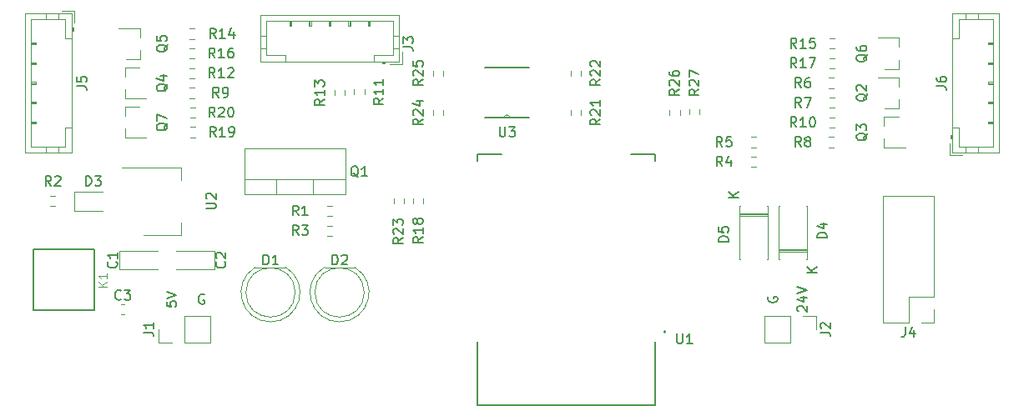
<source format=gbr>
G04 #@! TF.GenerationSoftware,KiCad,Pcbnew,(5.1.10)-1*
G04 #@! TF.CreationDate,2021-07-07T16:36:37+09:00*
G04 #@! TF.ProjectId,driver,64726976-6572-42e6-9b69-6361645f7063,rev?*
G04 #@! TF.SameCoordinates,Original*
G04 #@! TF.FileFunction,Legend,Top*
G04 #@! TF.FilePolarity,Positive*
%FSLAX46Y46*%
G04 Gerber Fmt 4.6, Leading zero omitted, Abs format (unit mm)*
G04 Created by KiCad (PCBNEW (5.1.10)-1) date 2021-07-07 16:36:37*
%MOMM*%
%LPD*%
G01*
G04 APERTURE LIST*
%ADD10C,0.150000*%
%ADD11C,0.120000*%
%ADD12C,0.200000*%
%ADD13C,0.127000*%
%ADD14C,0.066040*%
%ADD15C,0.152400*%
%ADD16C,0.100000*%
%ADD17C,0.101600*%
G04 APERTURE END LIST*
D10*
X79047619Y-31190476D02*
X79000000Y-31142857D01*
X78952380Y-31047619D01*
X78952380Y-30809523D01*
X79000000Y-30714285D01*
X79047619Y-30666666D01*
X79142857Y-30619047D01*
X79238095Y-30619047D01*
X79380952Y-30666666D01*
X79952380Y-31238095D01*
X79952380Y-30619047D01*
X79285714Y-29761904D02*
X79952380Y-29761904D01*
X78904761Y-30000000D02*
X79619047Y-30238095D01*
X79619047Y-29619047D01*
X78952380Y-29380952D02*
X79952380Y-29047619D01*
X78952380Y-28714285D01*
X76000000Y-29738095D02*
X75952380Y-29833333D01*
X75952380Y-29976190D01*
X76000000Y-30119047D01*
X76095238Y-30214285D01*
X76190476Y-30261904D01*
X76380952Y-30309523D01*
X76523809Y-30309523D01*
X76714285Y-30261904D01*
X76809523Y-30214285D01*
X76904761Y-30119047D01*
X76952380Y-29976190D01*
X76952380Y-29880952D01*
X76904761Y-29738095D01*
X76857142Y-29690476D01*
X76523809Y-29690476D01*
X76523809Y-29880952D01*
X18761904Y-29500000D02*
X18666666Y-29452380D01*
X18523809Y-29452380D01*
X18380952Y-29500000D01*
X18285714Y-29595238D01*
X18238095Y-29690476D01*
X18190476Y-29880952D01*
X18190476Y-30023809D01*
X18238095Y-30214285D01*
X18285714Y-30309523D01*
X18380952Y-30404761D01*
X18523809Y-30452380D01*
X18619047Y-30452380D01*
X18761904Y-30404761D01*
X18809523Y-30357142D01*
X18809523Y-30023809D01*
X18619047Y-30023809D01*
X14952380Y-30190476D02*
X14952380Y-30666666D01*
X15428571Y-30714285D01*
X15380952Y-30666666D01*
X15333333Y-30571428D01*
X15333333Y-30333333D01*
X15380952Y-30238095D01*
X15428571Y-30190476D01*
X15523809Y-30142857D01*
X15761904Y-30142857D01*
X15857142Y-30190476D01*
X15904761Y-30238095D01*
X15952380Y-30333333D01*
X15952380Y-30571428D01*
X15904761Y-30666666D01*
X15857142Y-30714285D01*
X14952380Y-29857142D02*
X15952380Y-29523809D01*
X14952380Y-29190476D01*
D11*
X92830000Y-32330000D02*
X91500000Y-32330000D01*
X92830000Y-31000000D02*
X92830000Y-32330000D01*
X90230000Y-32330000D02*
X87630000Y-32330000D01*
X90230000Y-29730000D02*
X90230000Y-32330000D01*
X92830000Y-29730000D02*
X90230000Y-29730000D01*
X87630000Y-32330000D02*
X87630000Y-19510000D01*
X92830000Y-29730000D02*
X92830000Y-19510000D01*
X92830000Y-19510000D02*
X87630000Y-19510000D01*
D12*
X65600000Y-33250000D02*
G75*
G03*
X65600000Y-33250000I-100000J0D01*
G01*
D13*
X64500000Y-15900000D02*
X64500000Y-15250000D01*
X64500000Y-15250000D02*
X62050000Y-15250000D01*
X48950000Y-15250000D02*
X46500000Y-15250000D01*
X46500000Y-15250000D02*
X46500000Y-15900000D01*
X64500000Y-34250000D02*
X64500000Y-40750000D01*
X64500000Y-40750000D02*
X46500000Y-40750000D01*
X46500000Y-40750000D02*
X46500000Y-34250000D01*
D11*
X10190000Y-26935000D02*
X14100000Y-26935000D01*
X10190000Y-25065000D02*
X10190000Y-26935000D01*
X14100000Y-25065000D02*
X10190000Y-25065000D01*
X15900000Y-26935000D02*
X19810000Y-26935000D01*
X19810000Y-26935000D02*
X19810000Y-25065000D01*
X19810000Y-25065000D02*
X15900000Y-25065000D01*
X10353733Y-30490000D02*
X10646267Y-30490000D01*
X10353733Y-31510000D02*
X10646267Y-31510000D01*
X27045000Y-26710000D02*
X23955000Y-26710000D01*
X28000000Y-29270000D02*
G75*
G03*
X28000000Y-29270000I-2500000J0D01*
G01*
X25500462Y-32260000D02*
G75*
G02*
X23955170Y-26710000I-462J2990000D01*
G01*
X25499538Y-32260000D02*
G75*
G03*
X27044830Y-26710000I462J2990000D01*
G01*
X35000000Y-29270000D02*
G75*
G03*
X35000000Y-29270000I-2500000J0D01*
G01*
X34045000Y-26710000D02*
X30955000Y-26710000D01*
X32499538Y-32260000D02*
G75*
G03*
X34044830Y-26710000I462J2990000D01*
G01*
X32500462Y-32260000D02*
G75*
G02*
X30955170Y-26710000I-462J2990000D01*
G01*
X8475000Y-19040000D02*
X5615000Y-19040000D01*
X5615000Y-19040000D02*
X5615000Y-20960000D01*
X5615000Y-20960000D02*
X8475000Y-20960000D01*
X77160000Y-25910000D02*
X77030000Y-25910000D01*
X77030000Y-25910000D02*
X77030000Y-20470000D01*
X77030000Y-20470000D02*
X77160000Y-20470000D01*
X79840000Y-25910000D02*
X79970000Y-25910000D01*
X79970000Y-25910000D02*
X79970000Y-20470000D01*
X79970000Y-20470000D02*
X79840000Y-20470000D01*
X77030000Y-25010000D02*
X79970000Y-25010000D01*
X77030000Y-24890000D02*
X79970000Y-24890000D01*
X77030000Y-25130000D02*
X79970000Y-25130000D01*
X75970000Y-21250000D02*
X73030000Y-21250000D01*
X75970000Y-21490000D02*
X73030000Y-21490000D01*
X75970000Y-21370000D02*
X73030000Y-21370000D01*
X73030000Y-25910000D02*
X73160000Y-25910000D01*
X73030000Y-20470000D02*
X73030000Y-25910000D01*
X73160000Y-20470000D02*
X73030000Y-20470000D01*
X75970000Y-25910000D02*
X75840000Y-25910000D01*
X75970000Y-20470000D02*
X75970000Y-25910000D01*
X75840000Y-20470000D02*
X75970000Y-20470000D01*
X19370000Y-34330000D02*
X19370000Y-31670000D01*
X16770000Y-34330000D02*
X19370000Y-34330000D01*
X16770000Y-31670000D02*
X19370000Y-31670000D01*
X16770000Y-34330000D02*
X16770000Y-31670000D01*
X15500000Y-34330000D02*
X14170000Y-34330000D01*
X14170000Y-34330000D02*
X14170000Y-33000000D01*
X80830000Y-31670000D02*
X80830000Y-33000000D01*
X79500000Y-31670000D02*
X80830000Y-31670000D01*
X78230000Y-31670000D02*
X78230000Y-34330000D01*
X78230000Y-34330000D02*
X75630000Y-34330000D01*
X78230000Y-31670000D02*
X75630000Y-31670000D01*
X75630000Y-31670000D02*
X75630000Y-34330000D01*
X38560000Y-5810000D02*
X38560000Y-1090000D01*
X38560000Y-1090000D02*
X24440000Y-1090000D01*
X24440000Y-1090000D02*
X24440000Y-5810000D01*
X24440000Y-5810000D02*
X38560000Y-5810000D01*
X36800000Y-5810000D02*
X36800000Y-6010000D01*
X36800000Y-6010000D02*
X37100000Y-6010000D01*
X37100000Y-6010000D02*
X37100000Y-5810000D01*
X36800000Y-5910000D02*
X37100000Y-5910000D01*
X36000000Y-5810000D02*
X36000000Y-5200000D01*
X36000000Y-5200000D02*
X37950000Y-5200000D01*
X37950000Y-5200000D02*
X37950000Y-1700000D01*
X37950000Y-1700000D02*
X25050000Y-1700000D01*
X25050000Y-1700000D02*
X25050000Y-5200000D01*
X25050000Y-5200000D02*
X27000000Y-5200000D01*
X27000000Y-5200000D02*
X27000000Y-5810000D01*
X38560000Y-4500000D02*
X37950000Y-4500000D01*
X38560000Y-3200000D02*
X37950000Y-3200000D01*
X24440000Y-4500000D02*
X25050000Y-4500000D01*
X24440000Y-3200000D02*
X25050000Y-3200000D01*
X35600000Y-1700000D02*
X35600000Y-2200000D01*
X35600000Y-2200000D02*
X35400000Y-2200000D01*
X35400000Y-2200000D02*
X35400000Y-1700000D01*
X35500000Y-1700000D02*
X35500000Y-2200000D01*
X33600000Y-1700000D02*
X33600000Y-2200000D01*
X33600000Y-2200000D02*
X33400000Y-2200000D01*
X33400000Y-2200000D02*
X33400000Y-1700000D01*
X33500000Y-1700000D02*
X33500000Y-2200000D01*
X31600000Y-1700000D02*
X31600000Y-2200000D01*
X31600000Y-2200000D02*
X31400000Y-2200000D01*
X31400000Y-2200000D02*
X31400000Y-1700000D01*
X31500000Y-1700000D02*
X31500000Y-2200000D01*
X29600000Y-1700000D02*
X29600000Y-2200000D01*
X29600000Y-2200000D02*
X29400000Y-2200000D01*
X29400000Y-2200000D02*
X29400000Y-1700000D01*
X29500000Y-1700000D02*
X29500000Y-2200000D01*
X27600000Y-1700000D02*
X27600000Y-2200000D01*
X27600000Y-2200000D02*
X27400000Y-2200000D01*
X27400000Y-2200000D02*
X27400000Y-1700000D01*
X27500000Y-1700000D02*
X27500000Y-2200000D01*
X37610000Y-6110000D02*
X38860000Y-6110000D01*
X38860000Y-6110000D02*
X38860000Y-4860000D01*
X5310000Y-940000D02*
X590000Y-940000D01*
X590000Y-940000D02*
X590000Y-15060000D01*
X590000Y-15060000D02*
X5310000Y-15060000D01*
X5310000Y-15060000D02*
X5310000Y-940000D01*
X5310000Y-2700000D02*
X5510000Y-2700000D01*
X5510000Y-2700000D02*
X5510000Y-2400000D01*
X5510000Y-2400000D02*
X5310000Y-2400000D01*
X5410000Y-2700000D02*
X5410000Y-2400000D01*
X5310000Y-3500000D02*
X4700000Y-3500000D01*
X4700000Y-3500000D02*
X4700000Y-1550000D01*
X4700000Y-1550000D02*
X1200000Y-1550000D01*
X1200000Y-1550000D02*
X1200000Y-14450000D01*
X1200000Y-14450000D02*
X4700000Y-14450000D01*
X4700000Y-14450000D02*
X4700000Y-12500000D01*
X4700000Y-12500000D02*
X5310000Y-12500000D01*
X4000000Y-940000D02*
X4000000Y-1550000D01*
X2700000Y-940000D02*
X2700000Y-1550000D01*
X4000000Y-15060000D02*
X4000000Y-14450000D01*
X2700000Y-15060000D02*
X2700000Y-14450000D01*
X1200000Y-3900000D02*
X1700000Y-3900000D01*
X1700000Y-3900000D02*
X1700000Y-4100000D01*
X1700000Y-4100000D02*
X1200000Y-4100000D01*
X1200000Y-4000000D02*
X1700000Y-4000000D01*
X1200000Y-5900000D02*
X1700000Y-5900000D01*
X1700000Y-5900000D02*
X1700000Y-6100000D01*
X1700000Y-6100000D02*
X1200000Y-6100000D01*
X1200000Y-6000000D02*
X1700000Y-6000000D01*
X1200000Y-7900000D02*
X1700000Y-7900000D01*
X1700000Y-7900000D02*
X1700000Y-8100000D01*
X1700000Y-8100000D02*
X1200000Y-8100000D01*
X1200000Y-8000000D02*
X1700000Y-8000000D01*
X1200000Y-9900000D02*
X1700000Y-9900000D01*
X1700000Y-9900000D02*
X1700000Y-10100000D01*
X1700000Y-10100000D02*
X1200000Y-10100000D01*
X1200000Y-10000000D02*
X1700000Y-10000000D01*
X1200000Y-11900000D02*
X1700000Y-11900000D01*
X1700000Y-11900000D02*
X1700000Y-12100000D01*
X1700000Y-12100000D02*
X1200000Y-12100000D01*
X1200000Y-12000000D02*
X1700000Y-12000000D01*
X5610000Y-1890000D02*
X5610000Y-640000D01*
X5610000Y-640000D02*
X4360000Y-640000D01*
X94390000Y-15360000D02*
X95640000Y-15360000D01*
X94390000Y-14110000D02*
X94390000Y-15360000D01*
X98800000Y-4000000D02*
X98300000Y-4000000D01*
X98300000Y-3900000D02*
X98800000Y-3900000D01*
X98300000Y-4100000D02*
X98300000Y-3900000D01*
X98800000Y-4100000D02*
X98300000Y-4100000D01*
X98800000Y-6000000D02*
X98300000Y-6000000D01*
X98300000Y-5900000D02*
X98800000Y-5900000D01*
X98300000Y-6100000D02*
X98300000Y-5900000D01*
X98800000Y-6100000D02*
X98300000Y-6100000D01*
X98800000Y-8000000D02*
X98300000Y-8000000D01*
X98300000Y-7900000D02*
X98800000Y-7900000D01*
X98300000Y-8100000D02*
X98300000Y-7900000D01*
X98800000Y-8100000D02*
X98300000Y-8100000D01*
X98800000Y-10000000D02*
X98300000Y-10000000D01*
X98300000Y-9900000D02*
X98800000Y-9900000D01*
X98300000Y-10100000D02*
X98300000Y-9900000D01*
X98800000Y-10100000D02*
X98300000Y-10100000D01*
X98800000Y-12000000D02*
X98300000Y-12000000D01*
X98300000Y-11900000D02*
X98800000Y-11900000D01*
X98300000Y-12100000D02*
X98300000Y-11900000D01*
X98800000Y-12100000D02*
X98300000Y-12100000D01*
X97300000Y-940000D02*
X97300000Y-1550000D01*
X96000000Y-940000D02*
X96000000Y-1550000D01*
X97300000Y-15060000D02*
X97300000Y-14450000D01*
X96000000Y-15060000D02*
X96000000Y-14450000D01*
X95300000Y-3500000D02*
X94690000Y-3500000D01*
X95300000Y-1550000D02*
X95300000Y-3500000D01*
X98800000Y-1550000D02*
X95300000Y-1550000D01*
X98800000Y-14450000D02*
X98800000Y-1550000D01*
X95300000Y-14450000D02*
X98800000Y-14450000D01*
X95300000Y-12500000D02*
X95300000Y-14450000D01*
X94690000Y-12500000D02*
X95300000Y-12500000D01*
X94590000Y-13300000D02*
X94590000Y-13600000D01*
X94490000Y-13600000D02*
X94690000Y-13600000D01*
X94490000Y-13300000D02*
X94490000Y-13600000D01*
X94690000Y-13300000D02*
X94490000Y-13300000D01*
X94690000Y-940000D02*
X94690000Y-15060000D01*
X99410000Y-940000D02*
X94690000Y-940000D01*
X99410000Y-15060000D02*
X99410000Y-940000D01*
X94690000Y-15060000D02*
X99410000Y-15060000D01*
D13*
X7598800Y-31098800D02*
X1401200Y-31098800D01*
X7598800Y-24901200D02*
X7598800Y-31098800D01*
X1401200Y-24901200D02*
X7598800Y-24901200D01*
X1401200Y-31098800D02*
X1401200Y-24901200D01*
D14*
X7598800Y-31098800D02*
X1401200Y-31098800D01*
X1401200Y-31098800D02*
X1401200Y-24901200D01*
X7598800Y-24901200D02*
X1401200Y-24901200D01*
X7598800Y-31098800D02*
X7598800Y-24901200D01*
D11*
X33080000Y-19270000D02*
X22840000Y-19270000D01*
X33080000Y-14629000D02*
X22840000Y-14629000D01*
X33080000Y-19270000D02*
X33080000Y-14629000D01*
X22840000Y-19270000D02*
X22840000Y-14629000D01*
X33080000Y-17760000D02*
X22840000Y-17760000D01*
X29810000Y-19270000D02*
X29810000Y-17760000D01*
X26109000Y-19270000D02*
X26109000Y-17760000D01*
X89260000Y-10580000D02*
X87800000Y-10580000D01*
X89260000Y-7420000D02*
X87100000Y-7420000D01*
X89260000Y-7420000D02*
X89260000Y-8350000D01*
X89260000Y-10580000D02*
X89260000Y-9650000D01*
X87740000Y-11420000D02*
X89200000Y-11420000D01*
X87740000Y-14580000D02*
X89900000Y-14580000D01*
X87740000Y-14580000D02*
X87740000Y-13650000D01*
X87740000Y-11420000D02*
X87740000Y-12350000D01*
X10740000Y-6420000D02*
X10740000Y-7350000D01*
X10740000Y-9580000D02*
X10740000Y-8650000D01*
X10740000Y-9580000D02*
X12900000Y-9580000D01*
X10740000Y-6420000D02*
X12200000Y-6420000D01*
X12260000Y-5580000D02*
X12260000Y-4650000D01*
X12260000Y-2420000D02*
X12260000Y-3350000D01*
X12260000Y-2420000D02*
X10100000Y-2420000D01*
X12260000Y-5580000D02*
X10800000Y-5580000D01*
X89260000Y-6580000D02*
X87800000Y-6580000D01*
X89260000Y-3420000D02*
X87100000Y-3420000D01*
X89260000Y-3420000D02*
X89260000Y-4350000D01*
X89260000Y-6580000D02*
X89260000Y-5650000D01*
X10740000Y-10420000D02*
X10740000Y-11350000D01*
X10740000Y-13580000D02*
X10740000Y-12650000D01*
X10740000Y-13580000D02*
X12900000Y-13580000D01*
X10740000Y-10420000D02*
X12200000Y-10420000D01*
X31245276Y-20477500D02*
X31754724Y-20477500D01*
X31245276Y-21522500D02*
X31754724Y-21522500D01*
X3667224Y-19477500D02*
X3157776Y-19477500D01*
X3667224Y-20522500D02*
X3157776Y-20522500D01*
X31245276Y-23522500D02*
X31754724Y-23522500D01*
X31245276Y-22477500D02*
X31754724Y-22477500D01*
X74754724Y-16522500D02*
X74245276Y-16522500D01*
X74754724Y-15477500D02*
X74245276Y-15477500D01*
X74245276Y-13477500D02*
X74754724Y-13477500D01*
X74245276Y-14522500D02*
X74754724Y-14522500D01*
X82667224Y-7477500D02*
X82157776Y-7477500D01*
X82667224Y-8522500D02*
X82157776Y-8522500D01*
X82245276Y-9477500D02*
X82754724Y-9477500D01*
X82245276Y-10522500D02*
X82754724Y-10522500D01*
X82667224Y-14522500D02*
X82157776Y-14522500D01*
X82667224Y-13477500D02*
X82157776Y-13477500D01*
X17245276Y-8477500D02*
X17754724Y-8477500D01*
X17245276Y-9522500D02*
X17754724Y-9522500D01*
X82245276Y-12522500D02*
X82754724Y-12522500D01*
X82245276Y-11477500D02*
X82754724Y-11477500D01*
X35022500Y-9167224D02*
X35022500Y-8657776D01*
X33977500Y-9167224D02*
X33977500Y-8657776D01*
X17754724Y-6477500D02*
X17245276Y-6477500D01*
X17754724Y-7522500D02*
X17245276Y-7522500D01*
X31977500Y-9254724D02*
X31977500Y-8745276D01*
X33022500Y-9254724D02*
X33022500Y-8745276D01*
X17245276Y-2477500D02*
X17754724Y-2477500D01*
X17245276Y-3522500D02*
X17754724Y-3522500D01*
X82754724Y-4522500D02*
X82245276Y-4522500D01*
X82754724Y-3477500D02*
X82245276Y-3477500D01*
X17754724Y-4477500D02*
X17245276Y-4477500D01*
X17754724Y-5522500D02*
X17245276Y-5522500D01*
X82245276Y-5477500D02*
X82754724Y-5477500D01*
X82245276Y-6522500D02*
X82754724Y-6522500D01*
X41022500Y-20254724D02*
X41022500Y-19745276D01*
X39977500Y-20254724D02*
X39977500Y-19745276D01*
X17332776Y-12477500D02*
X17842224Y-12477500D01*
X17332776Y-13522500D02*
X17842224Y-13522500D01*
X17842224Y-11522500D02*
X17332776Y-11522500D01*
X17842224Y-10477500D02*
X17332776Y-10477500D01*
X55977500Y-10745276D02*
X55977500Y-11254724D01*
X57022500Y-10745276D02*
X57022500Y-11254724D01*
X57022500Y-7254724D02*
X57022500Y-6745276D01*
X55977500Y-7254724D02*
X55977500Y-6745276D01*
X39022500Y-20254724D02*
X39022500Y-19745276D01*
X37977500Y-20254724D02*
X37977500Y-19745276D01*
X43022500Y-10745276D02*
X43022500Y-11254724D01*
X41977500Y-10745276D02*
X41977500Y-11254724D01*
X41977500Y-7254724D02*
X41977500Y-6745276D01*
X43022500Y-7254724D02*
X43022500Y-6745276D01*
X65977500Y-11254724D02*
X65977500Y-10745276D01*
X67022500Y-11254724D02*
X67022500Y-10745276D01*
X69022500Y-11167224D02*
X69022500Y-10657776D01*
X67977500Y-11167224D02*
X67977500Y-10657776D01*
X16410000Y-23410000D02*
X16410000Y-22150000D01*
X16410000Y-16590000D02*
X16410000Y-17850000D01*
X12650000Y-23410000D02*
X16410000Y-23410000D01*
X10400000Y-16590000D02*
X16410000Y-16590000D01*
D15*
X51760600Y-6460000D02*
X47239400Y-6460000D01*
X47239400Y-11540000D02*
X49195200Y-11540000D01*
X49195200Y-11540000D02*
X49804800Y-11540000D01*
X49804800Y-11540000D02*
X51760600Y-11540000D01*
D16*
X49195200Y-11540000D02*
G75*
G02*
X49804800Y-11540000I304800J0D01*
G01*
D10*
X89896666Y-32782380D02*
X89896666Y-33496666D01*
X89849047Y-33639523D01*
X89753809Y-33734761D01*
X89610952Y-33782380D01*
X89515714Y-33782380D01*
X90801428Y-33115714D02*
X90801428Y-33782380D01*
X90563333Y-32734761D02*
X90325238Y-33449047D01*
X90944285Y-33449047D01*
X66738095Y-33452380D02*
X66738095Y-34261904D01*
X66785714Y-34357142D01*
X66833333Y-34404761D01*
X66928571Y-34452380D01*
X67119047Y-34452380D01*
X67214285Y-34404761D01*
X67261904Y-34357142D01*
X67309523Y-34261904D01*
X67309523Y-33452380D01*
X68309523Y-34452380D02*
X67738095Y-34452380D01*
X68023809Y-34452380D02*
X68023809Y-33452380D01*
X67928571Y-33595238D01*
X67833333Y-33690476D01*
X67738095Y-33738095D01*
X9857142Y-26166666D02*
X9904761Y-26214285D01*
X9952380Y-26357142D01*
X9952380Y-26452380D01*
X9904761Y-26595238D01*
X9809523Y-26690476D01*
X9714285Y-26738095D01*
X9523809Y-26785714D01*
X9380952Y-26785714D01*
X9190476Y-26738095D01*
X9095238Y-26690476D01*
X9000000Y-26595238D01*
X8952380Y-26452380D01*
X8952380Y-26357142D01*
X9000000Y-26214285D01*
X9047619Y-26166666D01*
X9952380Y-25214285D02*
X9952380Y-25785714D01*
X9952380Y-25500000D02*
X8952380Y-25500000D01*
X9095238Y-25595238D01*
X9190476Y-25690476D01*
X9238095Y-25785714D01*
X20857142Y-26166666D02*
X20904761Y-26214285D01*
X20952380Y-26357142D01*
X20952380Y-26452380D01*
X20904761Y-26595238D01*
X20809523Y-26690476D01*
X20714285Y-26738095D01*
X20523809Y-26785714D01*
X20380952Y-26785714D01*
X20190476Y-26738095D01*
X20095238Y-26690476D01*
X20000000Y-26595238D01*
X19952380Y-26452380D01*
X19952380Y-26357142D01*
X20000000Y-26214285D01*
X20047619Y-26166666D01*
X20047619Y-25785714D02*
X20000000Y-25738095D01*
X19952380Y-25642857D01*
X19952380Y-25404761D01*
X20000000Y-25309523D01*
X20047619Y-25261904D01*
X20142857Y-25214285D01*
X20238095Y-25214285D01*
X20380952Y-25261904D01*
X20952380Y-25833333D01*
X20952380Y-25214285D01*
X10333333Y-29927142D02*
X10285714Y-29974761D01*
X10142857Y-30022380D01*
X10047619Y-30022380D01*
X9904761Y-29974761D01*
X9809523Y-29879523D01*
X9761904Y-29784285D01*
X9714285Y-29593809D01*
X9714285Y-29450952D01*
X9761904Y-29260476D01*
X9809523Y-29165238D01*
X9904761Y-29070000D01*
X10047619Y-29022380D01*
X10142857Y-29022380D01*
X10285714Y-29070000D01*
X10333333Y-29117619D01*
X10666666Y-29022380D02*
X11285714Y-29022380D01*
X10952380Y-29403333D01*
X11095238Y-29403333D01*
X11190476Y-29450952D01*
X11238095Y-29498571D01*
X11285714Y-29593809D01*
X11285714Y-29831904D01*
X11238095Y-29927142D01*
X11190476Y-29974761D01*
X11095238Y-30022380D01*
X10809523Y-30022380D01*
X10714285Y-29974761D01*
X10666666Y-29927142D01*
X24761904Y-26452380D02*
X24761904Y-25452380D01*
X25000000Y-25452380D01*
X25142857Y-25500000D01*
X25238095Y-25595238D01*
X25285714Y-25690476D01*
X25333333Y-25880952D01*
X25333333Y-26023809D01*
X25285714Y-26214285D01*
X25238095Y-26309523D01*
X25142857Y-26404761D01*
X25000000Y-26452380D01*
X24761904Y-26452380D01*
X26285714Y-26452380D02*
X25714285Y-26452380D01*
X26000000Y-26452380D02*
X26000000Y-25452380D01*
X25904761Y-25595238D01*
X25809523Y-25690476D01*
X25714285Y-25738095D01*
X31761904Y-26452380D02*
X31761904Y-25452380D01*
X32000000Y-25452380D01*
X32142857Y-25500000D01*
X32238095Y-25595238D01*
X32285714Y-25690476D01*
X32333333Y-25880952D01*
X32333333Y-26023809D01*
X32285714Y-26214285D01*
X32238095Y-26309523D01*
X32142857Y-26404761D01*
X32000000Y-26452380D01*
X31761904Y-26452380D01*
X32714285Y-25547619D02*
X32761904Y-25500000D01*
X32857142Y-25452380D01*
X33095238Y-25452380D01*
X33190476Y-25500000D01*
X33238095Y-25547619D01*
X33285714Y-25642857D01*
X33285714Y-25738095D01*
X33238095Y-25880952D01*
X32666666Y-26452380D01*
X33285714Y-26452380D01*
X6761904Y-18452380D02*
X6761904Y-17452380D01*
X7000000Y-17452380D01*
X7142857Y-17500000D01*
X7238095Y-17595238D01*
X7285714Y-17690476D01*
X7333333Y-17880952D01*
X7333333Y-18023809D01*
X7285714Y-18214285D01*
X7238095Y-18309523D01*
X7142857Y-18404761D01*
X7000000Y-18452380D01*
X6761904Y-18452380D01*
X7666666Y-17452380D02*
X8285714Y-17452380D01*
X7952380Y-17833333D01*
X8095238Y-17833333D01*
X8190476Y-17880952D01*
X8238095Y-17928571D01*
X8285714Y-18023809D01*
X8285714Y-18261904D01*
X8238095Y-18357142D01*
X8190476Y-18404761D01*
X8095238Y-18452380D01*
X7809523Y-18452380D01*
X7714285Y-18404761D01*
X7666666Y-18357142D01*
X81952380Y-23738095D02*
X80952380Y-23738095D01*
X80952380Y-23500000D01*
X81000000Y-23357142D01*
X81095238Y-23261904D01*
X81190476Y-23214285D01*
X81380952Y-23166666D01*
X81523809Y-23166666D01*
X81714285Y-23214285D01*
X81809523Y-23261904D01*
X81904761Y-23357142D01*
X81952380Y-23500000D01*
X81952380Y-23738095D01*
X81285714Y-22309523D02*
X81952380Y-22309523D01*
X80904761Y-22547619D02*
X81619047Y-22785714D01*
X81619047Y-22166666D01*
X80952380Y-27261904D02*
X79952380Y-27261904D01*
X80952380Y-26690476D02*
X80380952Y-27119047D01*
X79952380Y-26690476D02*
X80523809Y-27261904D01*
X71952380Y-24118095D02*
X70952380Y-24118095D01*
X70952380Y-23880000D01*
X71000000Y-23737142D01*
X71095238Y-23641904D01*
X71190476Y-23594285D01*
X71380952Y-23546666D01*
X71523809Y-23546666D01*
X71714285Y-23594285D01*
X71809523Y-23641904D01*
X71904761Y-23737142D01*
X71952380Y-23880000D01*
X71952380Y-24118095D01*
X70952380Y-22641904D02*
X70952380Y-23118095D01*
X71428571Y-23165714D01*
X71380952Y-23118095D01*
X71333333Y-23022857D01*
X71333333Y-22784761D01*
X71380952Y-22689523D01*
X71428571Y-22641904D01*
X71523809Y-22594285D01*
X71761904Y-22594285D01*
X71857142Y-22641904D01*
X71904761Y-22689523D01*
X71952380Y-22784761D01*
X71952380Y-23022857D01*
X71904761Y-23118095D01*
X71857142Y-23165714D01*
X72952380Y-19641904D02*
X71952380Y-19641904D01*
X72952380Y-19070476D02*
X72380952Y-19499047D01*
X71952380Y-19070476D02*
X72523809Y-19641904D01*
X12622380Y-33333333D02*
X13336666Y-33333333D01*
X13479523Y-33380952D01*
X13574761Y-33476190D01*
X13622380Y-33619047D01*
X13622380Y-33714285D01*
X13622380Y-32333333D02*
X13622380Y-32904761D01*
X13622380Y-32619047D02*
X12622380Y-32619047D01*
X12765238Y-32714285D01*
X12860476Y-32809523D01*
X12908095Y-32904761D01*
X81282380Y-33333333D02*
X81996666Y-33333333D01*
X82139523Y-33380952D01*
X82234761Y-33476190D01*
X82282380Y-33619047D01*
X82282380Y-33714285D01*
X81377619Y-32904761D02*
X81330000Y-32857142D01*
X81282380Y-32761904D01*
X81282380Y-32523809D01*
X81330000Y-32428571D01*
X81377619Y-32380952D01*
X81472857Y-32333333D01*
X81568095Y-32333333D01*
X81710952Y-32380952D01*
X82282380Y-32952380D01*
X82282380Y-32333333D01*
X38952380Y-4333333D02*
X39666666Y-4333333D01*
X39809523Y-4380952D01*
X39904761Y-4476190D01*
X39952380Y-4619047D01*
X39952380Y-4714285D01*
X38952380Y-3952380D02*
X38952380Y-3333333D01*
X39333333Y-3666666D01*
X39333333Y-3523809D01*
X39380952Y-3428571D01*
X39428571Y-3380952D01*
X39523809Y-3333333D01*
X39761904Y-3333333D01*
X39857142Y-3380952D01*
X39904761Y-3428571D01*
X39952380Y-3523809D01*
X39952380Y-3809523D01*
X39904761Y-3904761D01*
X39857142Y-3952380D01*
X5852380Y-8333333D02*
X6566666Y-8333333D01*
X6709523Y-8380952D01*
X6804761Y-8476190D01*
X6852380Y-8619047D01*
X6852380Y-8714285D01*
X5852380Y-7380952D02*
X5852380Y-7857142D01*
X6328571Y-7904761D01*
X6280952Y-7857142D01*
X6233333Y-7761904D01*
X6233333Y-7523809D01*
X6280952Y-7428571D01*
X6328571Y-7380952D01*
X6423809Y-7333333D01*
X6661904Y-7333333D01*
X6757142Y-7380952D01*
X6804761Y-7428571D01*
X6852380Y-7523809D01*
X6852380Y-7761904D01*
X6804761Y-7857142D01*
X6757142Y-7904761D01*
X93052380Y-8333333D02*
X93766666Y-8333333D01*
X93909523Y-8380952D01*
X94004761Y-8476190D01*
X94052380Y-8619047D01*
X94052380Y-8714285D01*
X93052380Y-7428571D02*
X93052380Y-7619047D01*
X93100000Y-7714285D01*
X93147619Y-7761904D01*
X93290476Y-7857142D01*
X93480952Y-7904761D01*
X93861904Y-7904761D01*
X93957142Y-7857142D01*
X94004761Y-7809523D01*
X94052380Y-7714285D01*
X94052380Y-7523809D01*
X94004761Y-7428571D01*
X93957142Y-7380952D01*
X93861904Y-7333333D01*
X93623809Y-7333333D01*
X93528571Y-7380952D01*
X93480952Y-7428571D01*
X93433333Y-7523809D01*
X93433333Y-7714285D01*
X93480952Y-7809523D01*
X93528571Y-7857142D01*
X93623809Y-7904761D01*
D17*
X8902166Y-28656166D02*
X8013166Y-28656166D01*
X8902166Y-28148166D02*
X8394166Y-28529166D01*
X8013166Y-28148166D02*
X8521166Y-28656166D01*
X8902166Y-27301500D02*
X8902166Y-27809500D01*
X8902166Y-27555500D02*
X8013166Y-27555500D01*
X8140166Y-27640166D01*
X8224833Y-27724833D01*
X8267166Y-27809500D01*
D10*
X34404761Y-17547619D02*
X34309523Y-17500000D01*
X34214285Y-17404761D01*
X34071428Y-17261904D01*
X33976190Y-17214285D01*
X33880952Y-17214285D01*
X33928571Y-17452380D02*
X33833333Y-17404761D01*
X33738095Y-17309523D01*
X33690476Y-17119047D01*
X33690476Y-16785714D01*
X33738095Y-16595238D01*
X33833333Y-16500000D01*
X33928571Y-16452380D01*
X34119047Y-16452380D01*
X34214285Y-16500000D01*
X34309523Y-16595238D01*
X34357142Y-16785714D01*
X34357142Y-17119047D01*
X34309523Y-17309523D01*
X34214285Y-17404761D01*
X34119047Y-17452380D01*
X33928571Y-17452380D01*
X35309523Y-17452380D02*
X34738095Y-17452380D01*
X35023809Y-17452380D02*
X35023809Y-16452380D01*
X34928571Y-16595238D01*
X34833333Y-16690476D01*
X34738095Y-16738095D01*
X86047619Y-9095238D02*
X86000000Y-9190476D01*
X85904761Y-9285714D01*
X85761904Y-9428571D01*
X85714285Y-9523809D01*
X85714285Y-9619047D01*
X85952380Y-9571428D02*
X85904761Y-9666666D01*
X85809523Y-9761904D01*
X85619047Y-9809523D01*
X85285714Y-9809523D01*
X85095238Y-9761904D01*
X85000000Y-9666666D01*
X84952380Y-9571428D01*
X84952380Y-9380952D01*
X85000000Y-9285714D01*
X85095238Y-9190476D01*
X85285714Y-9142857D01*
X85619047Y-9142857D01*
X85809523Y-9190476D01*
X85904761Y-9285714D01*
X85952380Y-9380952D01*
X85952380Y-9571428D01*
X85047619Y-8761904D02*
X85000000Y-8714285D01*
X84952380Y-8619047D01*
X84952380Y-8380952D01*
X85000000Y-8285714D01*
X85047619Y-8238095D01*
X85142857Y-8190476D01*
X85238095Y-8190476D01*
X85380952Y-8238095D01*
X85952380Y-8809523D01*
X85952380Y-8190476D01*
X86047619Y-13095238D02*
X86000000Y-13190476D01*
X85904761Y-13285714D01*
X85761904Y-13428571D01*
X85714285Y-13523809D01*
X85714285Y-13619047D01*
X85952380Y-13571428D02*
X85904761Y-13666666D01*
X85809523Y-13761904D01*
X85619047Y-13809523D01*
X85285714Y-13809523D01*
X85095238Y-13761904D01*
X85000000Y-13666666D01*
X84952380Y-13571428D01*
X84952380Y-13380952D01*
X85000000Y-13285714D01*
X85095238Y-13190476D01*
X85285714Y-13142857D01*
X85619047Y-13142857D01*
X85809523Y-13190476D01*
X85904761Y-13285714D01*
X85952380Y-13380952D01*
X85952380Y-13571428D01*
X84952380Y-12809523D02*
X84952380Y-12190476D01*
X85333333Y-12523809D01*
X85333333Y-12380952D01*
X85380952Y-12285714D01*
X85428571Y-12238095D01*
X85523809Y-12190476D01*
X85761904Y-12190476D01*
X85857142Y-12238095D01*
X85904761Y-12285714D01*
X85952380Y-12380952D01*
X85952380Y-12666666D01*
X85904761Y-12761904D01*
X85857142Y-12809523D01*
X15047619Y-8095238D02*
X15000000Y-8190476D01*
X14904761Y-8285714D01*
X14761904Y-8428571D01*
X14714285Y-8523809D01*
X14714285Y-8619047D01*
X14952380Y-8571428D02*
X14904761Y-8666666D01*
X14809523Y-8761904D01*
X14619047Y-8809523D01*
X14285714Y-8809523D01*
X14095238Y-8761904D01*
X14000000Y-8666666D01*
X13952380Y-8571428D01*
X13952380Y-8380952D01*
X14000000Y-8285714D01*
X14095238Y-8190476D01*
X14285714Y-8142857D01*
X14619047Y-8142857D01*
X14809523Y-8190476D01*
X14904761Y-8285714D01*
X14952380Y-8380952D01*
X14952380Y-8571428D01*
X14285714Y-7285714D02*
X14952380Y-7285714D01*
X13904761Y-7523809D02*
X14619047Y-7761904D01*
X14619047Y-7142857D01*
X15047619Y-4095238D02*
X15000000Y-4190476D01*
X14904761Y-4285714D01*
X14761904Y-4428571D01*
X14714285Y-4523809D01*
X14714285Y-4619047D01*
X14952380Y-4571428D02*
X14904761Y-4666666D01*
X14809523Y-4761904D01*
X14619047Y-4809523D01*
X14285714Y-4809523D01*
X14095238Y-4761904D01*
X14000000Y-4666666D01*
X13952380Y-4571428D01*
X13952380Y-4380952D01*
X14000000Y-4285714D01*
X14095238Y-4190476D01*
X14285714Y-4142857D01*
X14619047Y-4142857D01*
X14809523Y-4190476D01*
X14904761Y-4285714D01*
X14952380Y-4380952D01*
X14952380Y-4571428D01*
X13952380Y-3238095D02*
X13952380Y-3714285D01*
X14428571Y-3761904D01*
X14380952Y-3714285D01*
X14333333Y-3619047D01*
X14333333Y-3380952D01*
X14380952Y-3285714D01*
X14428571Y-3238095D01*
X14523809Y-3190476D01*
X14761904Y-3190476D01*
X14857142Y-3238095D01*
X14904761Y-3285714D01*
X14952380Y-3380952D01*
X14952380Y-3619047D01*
X14904761Y-3714285D01*
X14857142Y-3761904D01*
X86047619Y-5095238D02*
X86000000Y-5190476D01*
X85904761Y-5285714D01*
X85761904Y-5428571D01*
X85714285Y-5523809D01*
X85714285Y-5619047D01*
X85952380Y-5571428D02*
X85904761Y-5666666D01*
X85809523Y-5761904D01*
X85619047Y-5809523D01*
X85285714Y-5809523D01*
X85095238Y-5761904D01*
X85000000Y-5666666D01*
X84952380Y-5571428D01*
X84952380Y-5380952D01*
X85000000Y-5285714D01*
X85095238Y-5190476D01*
X85285714Y-5142857D01*
X85619047Y-5142857D01*
X85809523Y-5190476D01*
X85904761Y-5285714D01*
X85952380Y-5380952D01*
X85952380Y-5571428D01*
X84952380Y-4285714D02*
X84952380Y-4476190D01*
X85000000Y-4571428D01*
X85047619Y-4619047D01*
X85190476Y-4714285D01*
X85380952Y-4761904D01*
X85761904Y-4761904D01*
X85857142Y-4714285D01*
X85904761Y-4666666D01*
X85952380Y-4571428D01*
X85952380Y-4380952D01*
X85904761Y-4285714D01*
X85857142Y-4238095D01*
X85761904Y-4190476D01*
X85523809Y-4190476D01*
X85428571Y-4238095D01*
X85380952Y-4285714D01*
X85333333Y-4380952D01*
X85333333Y-4571428D01*
X85380952Y-4666666D01*
X85428571Y-4714285D01*
X85523809Y-4761904D01*
X15047619Y-12095238D02*
X15000000Y-12190476D01*
X14904761Y-12285714D01*
X14761904Y-12428571D01*
X14714285Y-12523809D01*
X14714285Y-12619047D01*
X14952380Y-12571428D02*
X14904761Y-12666666D01*
X14809523Y-12761904D01*
X14619047Y-12809523D01*
X14285714Y-12809523D01*
X14095238Y-12761904D01*
X14000000Y-12666666D01*
X13952380Y-12571428D01*
X13952380Y-12380952D01*
X14000000Y-12285714D01*
X14095238Y-12190476D01*
X14285714Y-12142857D01*
X14619047Y-12142857D01*
X14809523Y-12190476D01*
X14904761Y-12285714D01*
X14952380Y-12380952D01*
X14952380Y-12571428D01*
X13952380Y-11809523D02*
X13952380Y-11142857D01*
X14952380Y-11571428D01*
X28333333Y-21452380D02*
X28000000Y-20976190D01*
X27761904Y-21452380D02*
X27761904Y-20452380D01*
X28142857Y-20452380D01*
X28238095Y-20500000D01*
X28285714Y-20547619D01*
X28333333Y-20642857D01*
X28333333Y-20785714D01*
X28285714Y-20880952D01*
X28238095Y-20928571D01*
X28142857Y-20976190D01*
X27761904Y-20976190D01*
X29285714Y-21452380D02*
X28714285Y-21452380D01*
X29000000Y-21452380D02*
X29000000Y-20452380D01*
X28904761Y-20595238D01*
X28809523Y-20690476D01*
X28714285Y-20738095D01*
X3245833Y-18452380D02*
X2912500Y-17976190D01*
X2674404Y-18452380D02*
X2674404Y-17452380D01*
X3055357Y-17452380D01*
X3150595Y-17500000D01*
X3198214Y-17547619D01*
X3245833Y-17642857D01*
X3245833Y-17785714D01*
X3198214Y-17880952D01*
X3150595Y-17928571D01*
X3055357Y-17976190D01*
X2674404Y-17976190D01*
X3626785Y-17547619D02*
X3674404Y-17500000D01*
X3769642Y-17452380D01*
X4007738Y-17452380D01*
X4102976Y-17500000D01*
X4150595Y-17547619D01*
X4198214Y-17642857D01*
X4198214Y-17738095D01*
X4150595Y-17880952D01*
X3579166Y-18452380D01*
X4198214Y-18452380D01*
X28333333Y-23452380D02*
X28000000Y-22976190D01*
X27761904Y-23452380D02*
X27761904Y-22452380D01*
X28142857Y-22452380D01*
X28238095Y-22500000D01*
X28285714Y-22547619D01*
X28333333Y-22642857D01*
X28333333Y-22785714D01*
X28285714Y-22880952D01*
X28238095Y-22928571D01*
X28142857Y-22976190D01*
X27761904Y-22976190D01*
X28666666Y-22452380D02*
X29285714Y-22452380D01*
X28952380Y-22833333D01*
X29095238Y-22833333D01*
X29190476Y-22880952D01*
X29238095Y-22928571D01*
X29285714Y-23023809D01*
X29285714Y-23261904D01*
X29238095Y-23357142D01*
X29190476Y-23404761D01*
X29095238Y-23452380D01*
X28809523Y-23452380D01*
X28714285Y-23404761D01*
X28666666Y-23357142D01*
X71333333Y-16452380D02*
X71000000Y-15976190D01*
X70761904Y-16452380D02*
X70761904Y-15452380D01*
X71142857Y-15452380D01*
X71238095Y-15500000D01*
X71285714Y-15547619D01*
X71333333Y-15642857D01*
X71333333Y-15785714D01*
X71285714Y-15880952D01*
X71238095Y-15928571D01*
X71142857Y-15976190D01*
X70761904Y-15976190D01*
X72190476Y-15785714D02*
X72190476Y-16452380D01*
X71952380Y-15404761D02*
X71714285Y-16119047D01*
X72333333Y-16119047D01*
X71333333Y-14452380D02*
X71000000Y-13976190D01*
X70761904Y-14452380D02*
X70761904Y-13452380D01*
X71142857Y-13452380D01*
X71238095Y-13500000D01*
X71285714Y-13547619D01*
X71333333Y-13642857D01*
X71333333Y-13785714D01*
X71285714Y-13880952D01*
X71238095Y-13928571D01*
X71142857Y-13976190D01*
X70761904Y-13976190D01*
X72238095Y-13452380D02*
X71761904Y-13452380D01*
X71714285Y-13928571D01*
X71761904Y-13880952D01*
X71857142Y-13833333D01*
X72095238Y-13833333D01*
X72190476Y-13880952D01*
X72238095Y-13928571D01*
X72285714Y-14023809D01*
X72285714Y-14261904D01*
X72238095Y-14357142D01*
X72190476Y-14404761D01*
X72095238Y-14452380D01*
X71857142Y-14452380D01*
X71761904Y-14404761D01*
X71714285Y-14357142D01*
X79333333Y-8452380D02*
X79000000Y-7976190D01*
X78761904Y-8452380D02*
X78761904Y-7452380D01*
X79142857Y-7452380D01*
X79238095Y-7500000D01*
X79285714Y-7547619D01*
X79333333Y-7642857D01*
X79333333Y-7785714D01*
X79285714Y-7880952D01*
X79238095Y-7928571D01*
X79142857Y-7976190D01*
X78761904Y-7976190D01*
X80190476Y-7452380D02*
X80000000Y-7452380D01*
X79904761Y-7500000D01*
X79857142Y-7547619D01*
X79761904Y-7690476D01*
X79714285Y-7880952D01*
X79714285Y-8261904D01*
X79761904Y-8357142D01*
X79809523Y-8404761D01*
X79904761Y-8452380D01*
X80095238Y-8452380D01*
X80190476Y-8404761D01*
X80238095Y-8357142D01*
X80285714Y-8261904D01*
X80285714Y-8023809D01*
X80238095Y-7928571D01*
X80190476Y-7880952D01*
X80095238Y-7833333D01*
X79904761Y-7833333D01*
X79809523Y-7880952D01*
X79761904Y-7928571D01*
X79714285Y-8023809D01*
X79333333Y-10452380D02*
X79000000Y-9976190D01*
X78761904Y-10452380D02*
X78761904Y-9452380D01*
X79142857Y-9452380D01*
X79238095Y-9500000D01*
X79285714Y-9547619D01*
X79333333Y-9642857D01*
X79333333Y-9785714D01*
X79285714Y-9880952D01*
X79238095Y-9928571D01*
X79142857Y-9976190D01*
X78761904Y-9976190D01*
X79666666Y-9452380D02*
X80333333Y-9452380D01*
X79904761Y-10452380D01*
X79333333Y-14452380D02*
X79000000Y-13976190D01*
X78761904Y-14452380D02*
X78761904Y-13452380D01*
X79142857Y-13452380D01*
X79238095Y-13500000D01*
X79285714Y-13547619D01*
X79333333Y-13642857D01*
X79333333Y-13785714D01*
X79285714Y-13880952D01*
X79238095Y-13928571D01*
X79142857Y-13976190D01*
X78761904Y-13976190D01*
X79904761Y-13880952D02*
X79809523Y-13833333D01*
X79761904Y-13785714D01*
X79714285Y-13690476D01*
X79714285Y-13642857D01*
X79761904Y-13547619D01*
X79809523Y-13500000D01*
X79904761Y-13452380D01*
X80095238Y-13452380D01*
X80190476Y-13500000D01*
X80238095Y-13547619D01*
X80285714Y-13642857D01*
X80285714Y-13690476D01*
X80238095Y-13785714D01*
X80190476Y-13833333D01*
X80095238Y-13880952D01*
X79904761Y-13880952D01*
X79809523Y-13928571D01*
X79761904Y-13976190D01*
X79714285Y-14071428D01*
X79714285Y-14261904D01*
X79761904Y-14357142D01*
X79809523Y-14404761D01*
X79904761Y-14452380D01*
X80095238Y-14452380D01*
X80190476Y-14404761D01*
X80238095Y-14357142D01*
X80285714Y-14261904D01*
X80285714Y-14071428D01*
X80238095Y-13976190D01*
X80190476Y-13928571D01*
X80095238Y-13880952D01*
X20245833Y-9452380D02*
X19912500Y-8976190D01*
X19674404Y-9452380D02*
X19674404Y-8452380D01*
X20055357Y-8452380D01*
X20150595Y-8500000D01*
X20198214Y-8547619D01*
X20245833Y-8642857D01*
X20245833Y-8785714D01*
X20198214Y-8880952D01*
X20150595Y-8928571D01*
X20055357Y-8976190D01*
X19674404Y-8976190D01*
X20722023Y-9452380D02*
X20912500Y-9452380D01*
X21007738Y-9404761D01*
X21055357Y-9357142D01*
X21150595Y-9214285D01*
X21198214Y-9023809D01*
X21198214Y-8642857D01*
X21150595Y-8547619D01*
X21102976Y-8500000D01*
X21007738Y-8452380D01*
X20817261Y-8452380D01*
X20722023Y-8500000D01*
X20674404Y-8547619D01*
X20626785Y-8642857D01*
X20626785Y-8880952D01*
X20674404Y-8976190D01*
X20722023Y-9023809D01*
X20817261Y-9071428D01*
X21007738Y-9071428D01*
X21102976Y-9023809D01*
X21150595Y-8976190D01*
X21198214Y-8880952D01*
X78857142Y-12452380D02*
X78523809Y-11976190D01*
X78285714Y-12452380D02*
X78285714Y-11452380D01*
X78666666Y-11452380D01*
X78761904Y-11500000D01*
X78809523Y-11547619D01*
X78857142Y-11642857D01*
X78857142Y-11785714D01*
X78809523Y-11880952D01*
X78761904Y-11928571D01*
X78666666Y-11976190D01*
X78285714Y-11976190D01*
X79809523Y-12452380D02*
X79238095Y-12452380D01*
X79523809Y-12452380D02*
X79523809Y-11452380D01*
X79428571Y-11595238D01*
X79333333Y-11690476D01*
X79238095Y-11738095D01*
X80428571Y-11452380D02*
X80523809Y-11452380D01*
X80619047Y-11500000D01*
X80666666Y-11547619D01*
X80714285Y-11642857D01*
X80761904Y-11833333D01*
X80761904Y-12071428D01*
X80714285Y-12261904D01*
X80666666Y-12357142D01*
X80619047Y-12404761D01*
X80523809Y-12452380D01*
X80428571Y-12452380D01*
X80333333Y-12404761D01*
X80285714Y-12357142D01*
X80238095Y-12261904D01*
X80190476Y-12071428D01*
X80190476Y-11833333D01*
X80238095Y-11642857D01*
X80285714Y-11547619D01*
X80333333Y-11500000D01*
X80428571Y-11452380D01*
X36952380Y-9555357D02*
X36476190Y-9888690D01*
X36952380Y-10126785D02*
X35952380Y-10126785D01*
X35952380Y-9745833D01*
X36000000Y-9650595D01*
X36047619Y-9602976D01*
X36142857Y-9555357D01*
X36285714Y-9555357D01*
X36380952Y-9602976D01*
X36428571Y-9650595D01*
X36476190Y-9745833D01*
X36476190Y-10126785D01*
X36952380Y-8602976D02*
X36952380Y-9174404D01*
X36952380Y-8888690D02*
X35952380Y-8888690D01*
X36095238Y-8983928D01*
X36190476Y-9079166D01*
X36238095Y-9174404D01*
X36952380Y-7650595D02*
X36952380Y-8222023D01*
X36952380Y-7936309D02*
X35952380Y-7936309D01*
X36095238Y-8031547D01*
X36190476Y-8126785D01*
X36238095Y-8222023D01*
X19857142Y-7452380D02*
X19523809Y-6976190D01*
X19285714Y-7452380D02*
X19285714Y-6452380D01*
X19666666Y-6452380D01*
X19761904Y-6500000D01*
X19809523Y-6547619D01*
X19857142Y-6642857D01*
X19857142Y-6785714D01*
X19809523Y-6880952D01*
X19761904Y-6928571D01*
X19666666Y-6976190D01*
X19285714Y-6976190D01*
X20809523Y-7452380D02*
X20238095Y-7452380D01*
X20523809Y-7452380D02*
X20523809Y-6452380D01*
X20428571Y-6595238D01*
X20333333Y-6690476D01*
X20238095Y-6738095D01*
X21190476Y-6547619D02*
X21238095Y-6500000D01*
X21333333Y-6452380D01*
X21571428Y-6452380D01*
X21666666Y-6500000D01*
X21714285Y-6547619D01*
X21761904Y-6642857D01*
X21761904Y-6738095D01*
X21714285Y-6880952D01*
X21142857Y-7452380D01*
X21761904Y-7452380D01*
X30952380Y-9642857D02*
X30476190Y-9976190D01*
X30952380Y-10214285D02*
X29952380Y-10214285D01*
X29952380Y-9833333D01*
X30000000Y-9738095D01*
X30047619Y-9690476D01*
X30142857Y-9642857D01*
X30285714Y-9642857D01*
X30380952Y-9690476D01*
X30428571Y-9738095D01*
X30476190Y-9833333D01*
X30476190Y-10214285D01*
X30952380Y-8690476D02*
X30952380Y-9261904D01*
X30952380Y-8976190D02*
X29952380Y-8976190D01*
X30095238Y-9071428D01*
X30190476Y-9166666D01*
X30238095Y-9261904D01*
X29952380Y-8357142D02*
X29952380Y-7738095D01*
X30333333Y-8071428D01*
X30333333Y-7928571D01*
X30380952Y-7833333D01*
X30428571Y-7785714D01*
X30523809Y-7738095D01*
X30761904Y-7738095D01*
X30857142Y-7785714D01*
X30904761Y-7833333D01*
X30952380Y-7928571D01*
X30952380Y-8214285D01*
X30904761Y-8309523D01*
X30857142Y-8357142D01*
X19944642Y-3452380D02*
X19611309Y-2976190D01*
X19373214Y-3452380D02*
X19373214Y-2452380D01*
X19754166Y-2452380D01*
X19849404Y-2500000D01*
X19897023Y-2547619D01*
X19944642Y-2642857D01*
X19944642Y-2785714D01*
X19897023Y-2880952D01*
X19849404Y-2928571D01*
X19754166Y-2976190D01*
X19373214Y-2976190D01*
X20897023Y-3452380D02*
X20325595Y-3452380D01*
X20611309Y-3452380D02*
X20611309Y-2452380D01*
X20516071Y-2595238D01*
X20420833Y-2690476D01*
X20325595Y-2738095D01*
X21754166Y-2785714D02*
X21754166Y-3452380D01*
X21516071Y-2404761D02*
X21277976Y-3119047D01*
X21897023Y-3119047D01*
X78857142Y-4452380D02*
X78523809Y-3976190D01*
X78285714Y-4452380D02*
X78285714Y-3452380D01*
X78666666Y-3452380D01*
X78761904Y-3500000D01*
X78809523Y-3547619D01*
X78857142Y-3642857D01*
X78857142Y-3785714D01*
X78809523Y-3880952D01*
X78761904Y-3928571D01*
X78666666Y-3976190D01*
X78285714Y-3976190D01*
X79809523Y-4452380D02*
X79238095Y-4452380D01*
X79523809Y-4452380D02*
X79523809Y-3452380D01*
X79428571Y-3595238D01*
X79333333Y-3690476D01*
X79238095Y-3738095D01*
X80714285Y-3452380D02*
X80238095Y-3452380D01*
X80190476Y-3928571D01*
X80238095Y-3880952D01*
X80333333Y-3833333D01*
X80571428Y-3833333D01*
X80666666Y-3880952D01*
X80714285Y-3928571D01*
X80761904Y-4023809D01*
X80761904Y-4261904D01*
X80714285Y-4357142D01*
X80666666Y-4404761D01*
X80571428Y-4452380D01*
X80333333Y-4452380D01*
X80238095Y-4404761D01*
X80190476Y-4357142D01*
X19857142Y-5452380D02*
X19523809Y-4976190D01*
X19285714Y-5452380D02*
X19285714Y-4452380D01*
X19666666Y-4452380D01*
X19761904Y-4500000D01*
X19809523Y-4547619D01*
X19857142Y-4642857D01*
X19857142Y-4785714D01*
X19809523Y-4880952D01*
X19761904Y-4928571D01*
X19666666Y-4976190D01*
X19285714Y-4976190D01*
X20809523Y-5452380D02*
X20238095Y-5452380D01*
X20523809Y-5452380D02*
X20523809Y-4452380D01*
X20428571Y-4595238D01*
X20333333Y-4690476D01*
X20238095Y-4738095D01*
X21666666Y-4452380D02*
X21476190Y-4452380D01*
X21380952Y-4500000D01*
X21333333Y-4547619D01*
X21238095Y-4690476D01*
X21190476Y-4880952D01*
X21190476Y-5261904D01*
X21238095Y-5357142D01*
X21285714Y-5404761D01*
X21380952Y-5452380D01*
X21571428Y-5452380D01*
X21666666Y-5404761D01*
X21714285Y-5357142D01*
X21761904Y-5261904D01*
X21761904Y-5023809D01*
X21714285Y-4928571D01*
X21666666Y-4880952D01*
X21571428Y-4833333D01*
X21380952Y-4833333D01*
X21285714Y-4880952D01*
X21238095Y-4928571D01*
X21190476Y-5023809D01*
X78857142Y-6452380D02*
X78523809Y-5976190D01*
X78285714Y-6452380D02*
X78285714Y-5452380D01*
X78666666Y-5452380D01*
X78761904Y-5500000D01*
X78809523Y-5547619D01*
X78857142Y-5642857D01*
X78857142Y-5785714D01*
X78809523Y-5880952D01*
X78761904Y-5928571D01*
X78666666Y-5976190D01*
X78285714Y-5976190D01*
X79809523Y-6452380D02*
X79238095Y-6452380D01*
X79523809Y-6452380D02*
X79523809Y-5452380D01*
X79428571Y-5595238D01*
X79333333Y-5690476D01*
X79238095Y-5738095D01*
X80142857Y-5452380D02*
X80809523Y-5452380D01*
X80380952Y-6452380D01*
X40952380Y-23642857D02*
X40476190Y-23976190D01*
X40952380Y-24214285D02*
X39952380Y-24214285D01*
X39952380Y-23833333D01*
X40000000Y-23738095D01*
X40047619Y-23690476D01*
X40142857Y-23642857D01*
X40285714Y-23642857D01*
X40380952Y-23690476D01*
X40428571Y-23738095D01*
X40476190Y-23833333D01*
X40476190Y-24214285D01*
X40952380Y-22690476D02*
X40952380Y-23261904D01*
X40952380Y-22976190D02*
X39952380Y-22976190D01*
X40095238Y-23071428D01*
X40190476Y-23166666D01*
X40238095Y-23261904D01*
X40380952Y-22119047D02*
X40333333Y-22214285D01*
X40285714Y-22261904D01*
X40190476Y-22309523D01*
X40142857Y-22309523D01*
X40047619Y-22261904D01*
X40000000Y-22214285D01*
X39952380Y-22119047D01*
X39952380Y-21928571D01*
X40000000Y-21833333D01*
X40047619Y-21785714D01*
X40142857Y-21738095D01*
X40190476Y-21738095D01*
X40285714Y-21785714D01*
X40333333Y-21833333D01*
X40380952Y-21928571D01*
X40380952Y-22119047D01*
X40428571Y-22214285D01*
X40476190Y-22261904D01*
X40571428Y-22309523D01*
X40761904Y-22309523D01*
X40857142Y-22261904D01*
X40904761Y-22214285D01*
X40952380Y-22119047D01*
X40952380Y-21928571D01*
X40904761Y-21833333D01*
X40857142Y-21785714D01*
X40761904Y-21738095D01*
X40571428Y-21738095D01*
X40476190Y-21785714D01*
X40428571Y-21833333D01*
X40380952Y-21928571D01*
X19944642Y-13452380D02*
X19611309Y-12976190D01*
X19373214Y-13452380D02*
X19373214Y-12452380D01*
X19754166Y-12452380D01*
X19849404Y-12500000D01*
X19897023Y-12547619D01*
X19944642Y-12642857D01*
X19944642Y-12785714D01*
X19897023Y-12880952D01*
X19849404Y-12928571D01*
X19754166Y-12976190D01*
X19373214Y-12976190D01*
X20897023Y-13452380D02*
X20325595Y-13452380D01*
X20611309Y-13452380D02*
X20611309Y-12452380D01*
X20516071Y-12595238D01*
X20420833Y-12690476D01*
X20325595Y-12738095D01*
X21373214Y-13452380D02*
X21563690Y-13452380D01*
X21658928Y-13404761D01*
X21706547Y-13357142D01*
X21801785Y-13214285D01*
X21849404Y-13023809D01*
X21849404Y-12642857D01*
X21801785Y-12547619D01*
X21754166Y-12500000D01*
X21658928Y-12452380D01*
X21468452Y-12452380D01*
X21373214Y-12500000D01*
X21325595Y-12547619D01*
X21277976Y-12642857D01*
X21277976Y-12880952D01*
X21325595Y-12976190D01*
X21373214Y-13023809D01*
X21468452Y-13071428D01*
X21658928Y-13071428D01*
X21754166Y-13023809D01*
X21801785Y-12976190D01*
X21849404Y-12880952D01*
X19857142Y-11452380D02*
X19523809Y-10976190D01*
X19285714Y-11452380D02*
X19285714Y-10452380D01*
X19666666Y-10452380D01*
X19761904Y-10500000D01*
X19809523Y-10547619D01*
X19857142Y-10642857D01*
X19857142Y-10785714D01*
X19809523Y-10880952D01*
X19761904Y-10928571D01*
X19666666Y-10976190D01*
X19285714Y-10976190D01*
X20238095Y-10547619D02*
X20285714Y-10500000D01*
X20380952Y-10452380D01*
X20619047Y-10452380D01*
X20714285Y-10500000D01*
X20761904Y-10547619D01*
X20809523Y-10642857D01*
X20809523Y-10738095D01*
X20761904Y-10880952D01*
X20190476Y-11452380D01*
X20809523Y-11452380D01*
X21428571Y-10452380D02*
X21523809Y-10452380D01*
X21619047Y-10500000D01*
X21666666Y-10547619D01*
X21714285Y-10642857D01*
X21761904Y-10833333D01*
X21761904Y-11071428D01*
X21714285Y-11261904D01*
X21666666Y-11357142D01*
X21619047Y-11404761D01*
X21523809Y-11452380D01*
X21428571Y-11452380D01*
X21333333Y-11404761D01*
X21285714Y-11357142D01*
X21238095Y-11261904D01*
X21190476Y-11071428D01*
X21190476Y-10833333D01*
X21238095Y-10642857D01*
X21285714Y-10547619D01*
X21333333Y-10500000D01*
X21428571Y-10452380D01*
X58952380Y-11642857D02*
X58476190Y-11976190D01*
X58952380Y-12214285D02*
X57952380Y-12214285D01*
X57952380Y-11833333D01*
X58000000Y-11738095D01*
X58047619Y-11690476D01*
X58142857Y-11642857D01*
X58285714Y-11642857D01*
X58380952Y-11690476D01*
X58428571Y-11738095D01*
X58476190Y-11833333D01*
X58476190Y-12214285D01*
X58047619Y-11261904D02*
X58000000Y-11214285D01*
X57952380Y-11119047D01*
X57952380Y-10880952D01*
X58000000Y-10785714D01*
X58047619Y-10738095D01*
X58142857Y-10690476D01*
X58238095Y-10690476D01*
X58380952Y-10738095D01*
X58952380Y-11309523D01*
X58952380Y-10690476D01*
X58952380Y-9738095D02*
X58952380Y-10309523D01*
X58952380Y-10023809D02*
X57952380Y-10023809D01*
X58095238Y-10119047D01*
X58190476Y-10214285D01*
X58238095Y-10309523D01*
X58952380Y-7642857D02*
X58476190Y-7976190D01*
X58952380Y-8214285D02*
X57952380Y-8214285D01*
X57952380Y-7833333D01*
X58000000Y-7738095D01*
X58047619Y-7690476D01*
X58142857Y-7642857D01*
X58285714Y-7642857D01*
X58380952Y-7690476D01*
X58428571Y-7738095D01*
X58476190Y-7833333D01*
X58476190Y-8214285D01*
X58047619Y-7261904D02*
X58000000Y-7214285D01*
X57952380Y-7119047D01*
X57952380Y-6880952D01*
X58000000Y-6785714D01*
X58047619Y-6738095D01*
X58142857Y-6690476D01*
X58238095Y-6690476D01*
X58380952Y-6738095D01*
X58952380Y-7309523D01*
X58952380Y-6690476D01*
X58047619Y-6309523D02*
X58000000Y-6261904D01*
X57952380Y-6166666D01*
X57952380Y-5928571D01*
X58000000Y-5833333D01*
X58047619Y-5785714D01*
X58142857Y-5738095D01*
X58238095Y-5738095D01*
X58380952Y-5785714D01*
X58952380Y-6357142D01*
X58952380Y-5738095D01*
X38952380Y-23730357D02*
X38476190Y-24063690D01*
X38952380Y-24301785D02*
X37952380Y-24301785D01*
X37952380Y-23920833D01*
X38000000Y-23825595D01*
X38047619Y-23777976D01*
X38142857Y-23730357D01*
X38285714Y-23730357D01*
X38380952Y-23777976D01*
X38428571Y-23825595D01*
X38476190Y-23920833D01*
X38476190Y-24301785D01*
X38047619Y-23349404D02*
X38000000Y-23301785D01*
X37952380Y-23206547D01*
X37952380Y-22968452D01*
X38000000Y-22873214D01*
X38047619Y-22825595D01*
X38142857Y-22777976D01*
X38238095Y-22777976D01*
X38380952Y-22825595D01*
X38952380Y-23397023D01*
X38952380Y-22777976D01*
X37952380Y-22444642D02*
X37952380Y-21825595D01*
X38333333Y-22158928D01*
X38333333Y-22016071D01*
X38380952Y-21920833D01*
X38428571Y-21873214D01*
X38523809Y-21825595D01*
X38761904Y-21825595D01*
X38857142Y-21873214D01*
X38904761Y-21920833D01*
X38952380Y-22016071D01*
X38952380Y-22301785D01*
X38904761Y-22397023D01*
X38857142Y-22444642D01*
X40952380Y-11642857D02*
X40476190Y-11976190D01*
X40952380Y-12214285D02*
X39952380Y-12214285D01*
X39952380Y-11833333D01*
X40000000Y-11738095D01*
X40047619Y-11690476D01*
X40142857Y-11642857D01*
X40285714Y-11642857D01*
X40380952Y-11690476D01*
X40428571Y-11738095D01*
X40476190Y-11833333D01*
X40476190Y-12214285D01*
X40047619Y-11261904D02*
X40000000Y-11214285D01*
X39952380Y-11119047D01*
X39952380Y-10880952D01*
X40000000Y-10785714D01*
X40047619Y-10738095D01*
X40142857Y-10690476D01*
X40238095Y-10690476D01*
X40380952Y-10738095D01*
X40952380Y-11309523D01*
X40952380Y-10690476D01*
X40285714Y-9833333D02*
X40952380Y-9833333D01*
X39904761Y-10071428D02*
X40619047Y-10309523D01*
X40619047Y-9690476D01*
X40952380Y-7642857D02*
X40476190Y-7976190D01*
X40952380Y-8214285D02*
X39952380Y-8214285D01*
X39952380Y-7833333D01*
X40000000Y-7738095D01*
X40047619Y-7690476D01*
X40142857Y-7642857D01*
X40285714Y-7642857D01*
X40380952Y-7690476D01*
X40428571Y-7738095D01*
X40476190Y-7833333D01*
X40476190Y-8214285D01*
X40047619Y-7261904D02*
X40000000Y-7214285D01*
X39952380Y-7119047D01*
X39952380Y-6880952D01*
X40000000Y-6785714D01*
X40047619Y-6738095D01*
X40142857Y-6690476D01*
X40238095Y-6690476D01*
X40380952Y-6738095D01*
X40952380Y-7309523D01*
X40952380Y-6690476D01*
X39952380Y-5785714D02*
X39952380Y-6261904D01*
X40428571Y-6309523D01*
X40380952Y-6261904D01*
X40333333Y-6166666D01*
X40333333Y-5928571D01*
X40380952Y-5833333D01*
X40428571Y-5785714D01*
X40523809Y-5738095D01*
X40761904Y-5738095D01*
X40857142Y-5785714D01*
X40904761Y-5833333D01*
X40952380Y-5928571D01*
X40952380Y-6166666D01*
X40904761Y-6261904D01*
X40857142Y-6309523D01*
X66952380Y-8642857D02*
X66476190Y-8976190D01*
X66952380Y-9214285D02*
X65952380Y-9214285D01*
X65952380Y-8833333D01*
X66000000Y-8738095D01*
X66047619Y-8690476D01*
X66142857Y-8642857D01*
X66285714Y-8642857D01*
X66380952Y-8690476D01*
X66428571Y-8738095D01*
X66476190Y-8833333D01*
X66476190Y-9214285D01*
X66047619Y-8261904D02*
X66000000Y-8214285D01*
X65952380Y-8119047D01*
X65952380Y-7880952D01*
X66000000Y-7785714D01*
X66047619Y-7738095D01*
X66142857Y-7690476D01*
X66238095Y-7690476D01*
X66380952Y-7738095D01*
X66952380Y-8309523D01*
X66952380Y-7690476D01*
X65952380Y-6833333D02*
X65952380Y-7023809D01*
X66000000Y-7119047D01*
X66047619Y-7166666D01*
X66190476Y-7261904D01*
X66380952Y-7309523D01*
X66761904Y-7309523D01*
X66857142Y-7261904D01*
X66904761Y-7214285D01*
X66952380Y-7119047D01*
X66952380Y-6928571D01*
X66904761Y-6833333D01*
X66857142Y-6785714D01*
X66761904Y-6738095D01*
X66523809Y-6738095D01*
X66428571Y-6785714D01*
X66380952Y-6833333D01*
X66333333Y-6928571D01*
X66333333Y-7119047D01*
X66380952Y-7214285D01*
X66428571Y-7261904D01*
X66523809Y-7309523D01*
X68952380Y-8642857D02*
X68476190Y-8976190D01*
X68952380Y-9214285D02*
X67952380Y-9214285D01*
X67952380Y-8833333D01*
X68000000Y-8738095D01*
X68047619Y-8690476D01*
X68142857Y-8642857D01*
X68285714Y-8642857D01*
X68380952Y-8690476D01*
X68428571Y-8738095D01*
X68476190Y-8833333D01*
X68476190Y-9214285D01*
X68047619Y-8261904D02*
X68000000Y-8214285D01*
X67952380Y-8119047D01*
X67952380Y-7880952D01*
X68000000Y-7785714D01*
X68047619Y-7738095D01*
X68142857Y-7690476D01*
X68238095Y-7690476D01*
X68380952Y-7738095D01*
X68952380Y-8309523D01*
X68952380Y-7690476D01*
X67952380Y-7357142D02*
X67952380Y-6690476D01*
X68952380Y-7119047D01*
X18952380Y-20761904D02*
X19761904Y-20761904D01*
X19857142Y-20714285D01*
X19904761Y-20666666D01*
X19952380Y-20571428D01*
X19952380Y-20380952D01*
X19904761Y-20285714D01*
X19857142Y-20238095D01*
X19761904Y-20190476D01*
X18952380Y-20190476D01*
X19047619Y-19761904D02*
X19000000Y-19714285D01*
X18952380Y-19619047D01*
X18952380Y-19380952D01*
X19000000Y-19285714D01*
X19047619Y-19238095D01*
X19142857Y-19190476D01*
X19238095Y-19190476D01*
X19380952Y-19238095D01*
X19952380Y-19809523D01*
X19952380Y-19190476D01*
X48738095Y-12452380D02*
X48738095Y-13261904D01*
X48785714Y-13357142D01*
X48833333Y-13404761D01*
X48928571Y-13452380D01*
X49119047Y-13452380D01*
X49214285Y-13404761D01*
X49261904Y-13357142D01*
X49309523Y-13261904D01*
X49309523Y-12452380D01*
X49690476Y-12452380D02*
X50309523Y-12452380D01*
X49976190Y-12833333D01*
X50119047Y-12833333D01*
X50214285Y-12880952D01*
X50261904Y-12928571D01*
X50309523Y-13023809D01*
X50309523Y-13261904D01*
X50261904Y-13357142D01*
X50214285Y-13404761D01*
X50119047Y-13452380D01*
X49833333Y-13452380D01*
X49738095Y-13404761D01*
X49690476Y-13357142D01*
M02*

</source>
